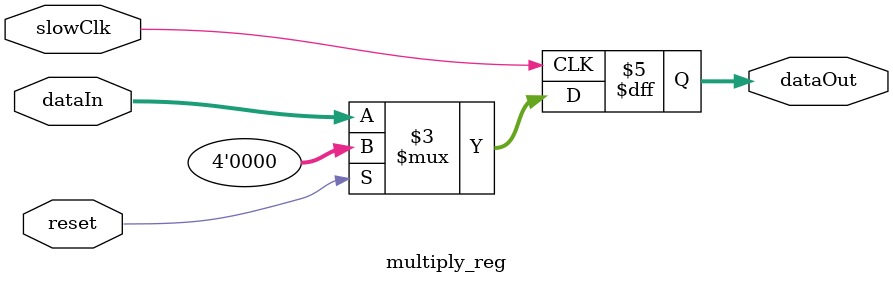
<source format=sv>
`timescale 1ns / 1ps

module multiply_reg #(
	parameter DATA_WIDTH = 4
) (
    input logic slowClk,
    input logic reset,
    input logic [DATA_WIDTH-1:0] dataIn,
    output logic [DATA_WIDTH-1:0] dataOut
);

// sync_reg
always_ff@(posedge slowClk) begin
    if(reset) begin
        dataOut <= '0;
    end
    else begin
        dataOut <= dataIn;
    end
end

endmodule

</source>
